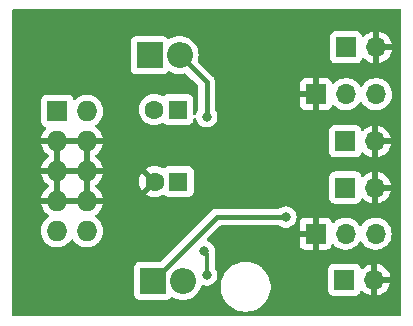
<source format=gbl>
%TF.GenerationSoftware,KiCad,Pcbnew,(6.0.0)*%
%TF.CreationDate,2022-01-30T17:18:11+00:00*%
%TF.ProjectId,aistompboxadapter,61697374-6f6d-4706-926f-786164617074,rev?*%
%TF.SameCoordinates,Original*%
%TF.FileFunction,Copper,L2,Bot*%
%TF.FilePolarity,Positive*%
%FSLAX46Y46*%
G04 Gerber Fmt 4.6, Leading zero omitted, Abs format (unit mm)*
G04 Created by KiCad (PCBNEW (6.0.0)) date 2022-01-30 17:18:11*
%MOMM*%
%LPD*%
G01*
G04 APERTURE LIST*
%TA.AperFunction,ComponentPad*%
%ADD10R,1.700000X1.700000*%
%TD*%
%TA.AperFunction,ComponentPad*%
%ADD11O,1.700000X1.700000*%
%TD*%
%TA.AperFunction,ComponentPad*%
%ADD12R,2.200000X2.200000*%
%TD*%
%TA.AperFunction,ComponentPad*%
%ADD13O,2.200000X2.200000*%
%TD*%
%TA.AperFunction,ComponentPad*%
%ADD14R,1.600000X1.600000*%
%TD*%
%TA.AperFunction,ComponentPad*%
%ADD15C,1.600000*%
%TD*%
%TA.AperFunction,ComponentPad*%
%ADD16R,1.727200X1.727200*%
%TD*%
%TA.AperFunction,ComponentPad*%
%ADD17O,1.727200X1.727200*%
%TD*%
%TA.AperFunction,ViaPad*%
%ADD18C,0.800000*%
%TD*%
%TA.AperFunction,Conductor*%
%ADD19C,0.400000*%
%TD*%
%TA.AperFunction,Conductor*%
%ADD20C,0.350000*%
%TD*%
G04 APERTURE END LIST*
D10*
%TO.P,SI,1,Pin_1*%
%TO.N,Net-(J1-Pad1)*%
X232660000Y-46400000D03*
D11*
%TO.P,SI,2,Pin_2*%
%TO.N,GND*%
X235200000Y-46400000D03*
%TD*%
D12*
%TO.P,D1,1,K*%
%TO.N,+12V*%
X216460000Y-46500000D03*
D13*
%TO.P,D1,2,A*%
%TO.N,Net-(D1-Pad2)*%
X219000000Y-46500000D03*
%TD*%
D10*
%TO.P,ES,1,Pin_1*%
%TO.N,Net-(J4-Pad1)*%
X232725000Y-38600000D03*
D11*
%TO.P,ES,2,Pin_2*%
%TO.N,GND*%
X235265000Y-38600000D03*
%TD*%
D12*
%TO.P,D2,1,K*%
%TO.N,Net-(D2-Pad1)*%
X216160000Y-27400000D03*
D13*
%TO.P,D2,2,A*%
%TO.N,-12V*%
X218700000Y-27400000D03*
%TD*%
D14*
%TO.P,C3,1*%
%TO.N,Net-(C3-Pad1)*%
X218600000Y-38100000D03*
D15*
%TO.P,C3,2*%
%TO.N,GND*%
X216600000Y-38100000D03*
%TD*%
D10*
%TO.P,SO,1,Pin_1*%
%TO.N,Net-(J5-Pad1)*%
X232725000Y-34700000D03*
D11*
%TO.P,SO,2,Pin_2*%
%TO.N,GND*%
X235265000Y-34700000D03*
%TD*%
D14*
%TO.P,C1,1*%
%TO.N,Net-(C1-Pad1)*%
X218555113Y-32000000D03*
D15*
%TO.P,C1,2*%
%TO.N,Net-(C1-Pad2)*%
X216555113Y-32000000D03*
%TD*%
D10*
%TO.P,IL,1,1*%
%TO.N,GND*%
X230220000Y-42500000D03*
D11*
%TO.P,IL,2,2*%
%TO.N,Net-(R3-Pad1)*%
X232760000Y-42500000D03*
%TO.P,IL,3,3*%
%TO.N,Net-(J1-Pad1)*%
X235300000Y-42500000D03*
%TD*%
D10*
%TO.P,OL,1,1*%
%TO.N,GND*%
X230260000Y-30700000D03*
D11*
%TO.P,OL,2,2*%
%TO.N,Net-(J5-Pad1)*%
X232800000Y-30700000D03*
%TO.P,OL,3,3*%
%TO.N,Net-(R7-Pad1)*%
X235340000Y-30700000D03*
%TD*%
D16*
%TO.P,J3,1,Pin_1*%
%TO.N,Net-(D2-Pad1)*%
X208330000Y-32120000D03*
D17*
%TO.P,J3,2,Pin_2*%
X210870000Y-32120000D03*
%TO.P,J3,3,Pin_3*%
%TO.N,GND*%
X208330000Y-34660000D03*
%TO.P,J3,4,Pin_4*%
X210870000Y-34660000D03*
%TO.P,J3,5,Pin_5*%
X208330000Y-37200000D03*
%TO.P,J3,6,Pin_6*%
X210870000Y-37200000D03*
%TO.P,J3,7,Pin_7*%
X208330000Y-39740000D03*
%TO.P,J3,8,Pin_8*%
X210870000Y-39740000D03*
%TO.P,J3,9,Pin_9*%
%TO.N,Net-(D1-Pad2)*%
X208330000Y-42280000D03*
%TO.P,J3,10,Pin_10*%
X210870000Y-42280000D03*
%TD*%
D10*
%TO.P,ER,1,Pin_1*%
%TO.N,Net-(C1-Pad2)*%
X232800000Y-26725000D03*
D11*
%TO.P,ER,2,Pin_2*%
%TO.N,GND*%
X235340000Y-26725000D03*
%TD*%
D18*
%TO.N,GND*%
X224000000Y-36300000D03*
%TO.N,-12V*%
X221000000Y-32600000D03*
%TO.N,+12V*%
X227700000Y-41100000D03*
%TO.N,GND*%
X225800000Y-37500000D03*
%TO.N,Net-(R7-Pad1)*%
X221000000Y-46000000D03*
X220775669Y-44004487D03*
%TD*%
D19*
%TO.N,GND*%
X224000000Y-36300000D02*
X224600000Y-36300000D01*
X224600000Y-36300000D02*
X225800000Y-37500000D01*
%TO.N,-12V*%
X221000000Y-29700000D02*
X221000000Y-32600000D01*
X218700000Y-27400000D02*
X221000000Y-29700000D01*
%TO.N,+12V*%
X221860000Y-41100000D02*
X227700000Y-41100000D01*
X216460000Y-46500000D02*
X221860000Y-41100000D01*
D20*
%TO.N,Net-(R7-Pad1)*%
X221000000Y-44228818D02*
X220775669Y-44004487D01*
X221000000Y-46000000D02*
X221000000Y-44228818D01*
%TD*%
%TA.AperFunction,Conductor*%
%TO.N,GND*%
G36*
X237434121Y-23528002D02*
G01*
X237480614Y-23581658D01*
X237492000Y-23634000D01*
X237492000Y-49366000D01*
X237471998Y-49434121D01*
X237418342Y-49480614D01*
X237366000Y-49492000D01*
X204634000Y-49492000D01*
X204565879Y-49471998D01*
X204519386Y-49418342D01*
X204508000Y-49366000D01*
X204508000Y-47648134D01*
X214851500Y-47648134D01*
X214858255Y-47710316D01*
X214909385Y-47846705D01*
X214996739Y-47963261D01*
X215113295Y-48050615D01*
X215249684Y-48101745D01*
X215311866Y-48108500D01*
X217608134Y-48108500D01*
X217670316Y-48101745D01*
X217806705Y-48050615D01*
X217923261Y-47963261D01*
X217975954Y-47892954D01*
X218032813Y-47850440D01*
X218103631Y-47845415D01*
X218142615Y-47861087D01*
X218267498Y-47937616D01*
X218272068Y-47939509D01*
X218272072Y-47939511D01*
X218496836Y-48032611D01*
X218501409Y-48034505D01*
X218568513Y-48050615D01*
X218742784Y-48092454D01*
X218742790Y-48092455D01*
X218747597Y-48093609D01*
X219000000Y-48113474D01*
X219252403Y-48093609D01*
X219257210Y-48092455D01*
X219257216Y-48092454D01*
X219431487Y-48050615D01*
X219498591Y-48034505D01*
X219503164Y-48032611D01*
X219727928Y-47939511D01*
X219727932Y-47939509D01*
X219732502Y-47937616D01*
X219948376Y-47805328D01*
X220140898Y-47640898D01*
X220159907Y-47618642D01*
X220170635Y-47606081D01*
X220305328Y-47448376D01*
X220437616Y-47232502D01*
X220471588Y-47150488D01*
X220478955Y-47132703D01*
X222190743Y-47132703D01*
X222228268Y-47417734D01*
X222229401Y-47421874D01*
X222229401Y-47421876D01*
X222234197Y-47439406D01*
X222304129Y-47695036D01*
X222305813Y-47698984D01*
X222368272Y-47845415D01*
X222416923Y-47959476D01*
X222564561Y-48206161D01*
X222744313Y-48430528D01*
X222952851Y-48628423D01*
X223186317Y-48796186D01*
X223190112Y-48798195D01*
X223190113Y-48798196D01*
X223211869Y-48809715D01*
X223440392Y-48930712D01*
X223710373Y-49029511D01*
X223991264Y-49090755D01*
X224019841Y-49093004D01*
X224214282Y-49108307D01*
X224214291Y-49108307D01*
X224216739Y-49108500D01*
X224372271Y-49108500D01*
X224374407Y-49108354D01*
X224374418Y-49108354D01*
X224582548Y-49094165D01*
X224582554Y-49094164D01*
X224586825Y-49093873D01*
X224591020Y-49093004D01*
X224591022Y-49093004D01*
X224727584Y-49064723D01*
X224868342Y-49035574D01*
X225139343Y-48939607D01*
X225394812Y-48807750D01*
X225398313Y-48805289D01*
X225398317Y-48805287D01*
X225512417Y-48725096D01*
X225630023Y-48642441D01*
X225840622Y-48446740D01*
X226022713Y-48224268D01*
X226172927Y-47979142D01*
X226288483Y-47715898D01*
X226292837Y-47700615D01*
X226366068Y-47443534D01*
X226367244Y-47439406D01*
X226387350Y-47298134D01*
X231301500Y-47298134D01*
X231308255Y-47360316D01*
X231359385Y-47496705D01*
X231446739Y-47613261D01*
X231563295Y-47700615D01*
X231699684Y-47751745D01*
X231761866Y-47758500D01*
X233558134Y-47758500D01*
X233620316Y-47751745D01*
X233756705Y-47700615D01*
X233873261Y-47613261D01*
X233960615Y-47496705D01*
X233980548Y-47443534D01*
X234004798Y-47378848D01*
X234047440Y-47322084D01*
X234114001Y-47297384D01*
X234183350Y-47312592D01*
X234218017Y-47340580D01*
X234243218Y-47369673D01*
X234250580Y-47376883D01*
X234414434Y-47512916D01*
X234422881Y-47518831D01*
X234606756Y-47626279D01*
X234616042Y-47630729D01*
X234815001Y-47706703D01*
X234824899Y-47709579D01*
X234928250Y-47730606D01*
X234942299Y-47729410D01*
X234946000Y-47719065D01*
X234946000Y-47718517D01*
X235454000Y-47718517D01*
X235458064Y-47732359D01*
X235471478Y-47734393D01*
X235478184Y-47733534D01*
X235488262Y-47731392D01*
X235692255Y-47670191D01*
X235701842Y-47666433D01*
X235893095Y-47572739D01*
X235901945Y-47567464D01*
X236075328Y-47443792D01*
X236083200Y-47437139D01*
X236234052Y-47286812D01*
X236240730Y-47278965D01*
X236365003Y-47106020D01*
X236370313Y-47097183D01*
X236464670Y-46906267D01*
X236468469Y-46896672D01*
X236530377Y-46692910D01*
X236532555Y-46682837D01*
X236533986Y-46671962D01*
X236531775Y-46657778D01*
X236518617Y-46654000D01*
X235472115Y-46654000D01*
X235456876Y-46658475D01*
X235455671Y-46659865D01*
X235454000Y-46667548D01*
X235454000Y-47718517D01*
X234946000Y-47718517D01*
X234946000Y-46127885D01*
X235454000Y-46127885D01*
X235458475Y-46143124D01*
X235459865Y-46144329D01*
X235467548Y-46146000D01*
X236518344Y-46146000D01*
X236531875Y-46142027D01*
X236533180Y-46132947D01*
X236491214Y-45965875D01*
X236487894Y-45956124D01*
X236402972Y-45760814D01*
X236398105Y-45751739D01*
X236282426Y-45572926D01*
X236276136Y-45564757D01*
X236132806Y-45407240D01*
X236125273Y-45400215D01*
X235958139Y-45268222D01*
X235949552Y-45262517D01*
X235763117Y-45159599D01*
X235753705Y-45155369D01*
X235552959Y-45084280D01*
X235542988Y-45081646D01*
X235471837Y-45068972D01*
X235458540Y-45070432D01*
X235454000Y-45084989D01*
X235454000Y-46127885D01*
X234946000Y-46127885D01*
X234946000Y-45083102D01*
X234942082Y-45069758D01*
X234927806Y-45067771D01*
X234889324Y-45073660D01*
X234879288Y-45076051D01*
X234676868Y-45142212D01*
X234667359Y-45146209D01*
X234478463Y-45244542D01*
X234469738Y-45250036D01*
X234299433Y-45377905D01*
X234291726Y-45384748D01*
X234214478Y-45465584D01*
X234152954Y-45501014D01*
X234082042Y-45497557D01*
X234024255Y-45456311D01*
X234005402Y-45422763D01*
X233963767Y-45311703D01*
X233960615Y-45303295D01*
X233873261Y-45186739D01*
X233756705Y-45099385D01*
X233620316Y-45048255D01*
X233558134Y-45041500D01*
X231761866Y-45041500D01*
X231699684Y-45048255D01*
X231563295Y-45099385D01*
X231446739Y-45186739D01*
X231359385Y-45303295D01*
X231308255Y-45439684D01*
X231301500Y-45501866D01*
X231301500Y-47298134D01*
X226387350Y-47298134D01*
X226407751Y-47154784D01*
X226407845Y-47136951D01*
X226409235Y-46871583D01*
X226409235Y-46871576D01*
X226409257Y-46867297D01*
X226401403Y-46807636D01*
X226392190Y-46737660D01*
X226371732Y-46582266D01*
X226295871Y-46304964D01*
X226285295Y-46280170D01*
X226184763Y-46044476D01*
X226184761Y-46044472D01*
X226183077Y-46040524D01*
X226049082Y-45816635D01*
X226037643Y-45797521D01*
X226037640Y-45797517D01*
X226035439Y-45793839D01*
X225855687Y-45569472D01*
X225684730Y-45407240D01*
X225650258Y-45374527D01*
X225650255Y-45374525D01*
X225647149Y-45371577D01*
X225413683Y-45203814D01*
X225391843Y-45192250D01*
X225334149Y-45161703D01*
X225159608Y-45069288D01*
X224889627Y-44970489D01*
X224608736Y-44909245D01*
X224572472Y-44906391D01*
X224385718Y-44891693D01*
X224385709Y-44891693D01*
X224383261Y-44891500D01*
X224227729Y-44891500D01*
X224225593Y-44891646D01*
X224225582Y-44891646D01*
X224017452Y-44905835D01*
X224017446Y-44905836D01*
X224013175Y-44906127D01*
X224008980Y-44906996D01*
X224008978Y-44906996D01*
X223872416Y-44935277D01*
X223731658Y-44964426D01*
X223460657Y-45060393D01*
X223205188Y-45192250D01*
X223201687Y-45194711D01*
X223201683Y-45194713D01*
X223197173Y-45197883D01*
X222969977Y-45357559D01*
X222954892Y-45371577D01*
X222832936Y-45484906D01*
X222759378Y-45553260D01*
X222577287Y-45775732D01*
X222427073Y-46020858D01*
X222425347Y-46024791D01*
X222425346Y-46024792D01*
X222355737Y-46183365D01*
X222311517Y-46284102D01*
X222232756Y-46560594D01*
X222192249Y-46845216D01*
X222192227Y-46849505D01*
X222192226Y-46849512D01*
X222190765Y-47128417D01*
X222190743Y-47132703D01*
X220478955Y-47132703D01*
X220532611Y-47003164D01*
X220532612Y-47003162D01*
X220534505Y-46998591D01*
X220545010Y-46954834D01*
X220580362Y-46893264D01*
X220643388Y-46860581D01*
X220706467Y-46864415D01*
X220711681Y-46866109D01*
X220717712Y-46868794D01*
X220805097Y-46887368D01*
X220898056Y-46907128D01*
X220898061Y-46907128D01*
X220904513Y-46908500D01*
X221095487Y-46908500D01*
X221101939Y-46907128D01*
X221101944Y-46907128D01*
X221188887Y-46888647D01*
X221282288Y-46868794D01*
X221288319Y-46866109D01*
X221450722Y-46793803D01*
X221450724Y-46793802D01*
X221456752Y-46791118D01*
X221611253Y-46678866D01*
X221615675Y-46673955D01*
X221734621Y-46541852D01*
X221734622Y-46541851D01*
X221739040Y-46536944D01*
X221834527Y-46371556D01*
X221893542Y-46189928D01*
X221913504Y-46000000D01*
X221893542Y-45810072D01*
X221834527Y-45628444D01*
X221800480Y-45569472D01*
X221742343Y-45468777D01*
X221739040Y-45463056D01*
X221734620Y-45458147D01*
X221734617Y-45458143D01*
X221715865Y-45437317D01*
X221685147Y-45373310D01*
X221683500Y-45353006D01*
X221683500Y-44256874D01*
X221683792Y-44248304D01*
X221683863Y-44247261D01*
X221687577Y-44192784D01*
X221679246Y-44145047D01*
X221678060Y-44110221D01*
X221689173Y-44004487D01*
X221674171Y-43861753D01*
X221669901Y-43821122D01*
X221669901Y-43821120D01*
X221669211Y-43814559D01*
X221610196Y-43632931D01*
X221514709Y-43467543D01*
X221449093Y-43394669D01*
X228862001Y-43394669D01*
X228862371Y-43401490D01*
X228867895Y-43452352D01*
X228871521Y-43467604D01*
X228916676Y-43588054D01*
X228925214Y-43603649D01*
X229001715Y-43705724D01*
X229014276Y-43718285D01*
X229116351Y-43794786D01*
X229131946Y-43803324D01*
X229252394Y-43848478D01*
X229267649Y-43852105D01*
X229318514Y-43857631D01*
X229325328Y-43858000D01*
X229947885Y-43858000D01*
X229963124Y-43853525D01*
X229964329Y-43852135D01*
X229966000Y-43844452D01*
X229966000Y-43839884D01*
X230474000Y-43839884D01*
X230478475Y-43855123D01*
X230479865Y-43856328D01*
X230487548Y-43857999D01*
X231114669Y-43857999D01*
X231121490Y-43857629D01*
X231172352Y-43852105D01*
X231187604Y-43848479D01*
X231308054Y-43803324D01*
X231323649Y-43794786D01*
X231425724Y-43718285D01*
X231438285Y-43705724D01*
X231514786Y-43603649D01*
X231523324Y-43588054D01*
X231564225Y-43478952D01*
X231606867Y-43422188D01*
X231673428Y-43397488D01*
X231742777Y-43412696D01*
X231777444Y-43440684D01*
X231802865Y-43470031D01*
X231802869Y-43470035D01*
X231806250Y-43473938D01*
X231978126Y-43616632D01*
X232171000Y-43729338D01*
X232379692Y-43809030D01*
X232384760Y-43810061D01*
X232384763Y-43810062D01*
X232492017Y-43831883D01*
X232598597Y-43853567D01*
X232603772Y-43853757D01*
X232603774Y-43853757D01*
X232816673Y-43861564D01*
X232816677Y-43861564D01*
X232821837Y-43861753D01*
X232826957Y-43861097D01*
X232826959Y-43861097D01*
X233038288Y-43834025D01*
X233038289Y-43834025D01*
X233043416Y-43833368D01*
X233084234Y-43821122D01*
X233252429Y-43770661D01*
X233252434Y-43770659D01*
X233257384Y-43769174D01*
X233457994Y-43670896D01*
X233639860Y-43541173D01*
X233659457Y-43521645D01*
X233740701Y-43440684D01*
X233798096Y-43383489D01*
X233833226Y-43334601D01*
X233928453Y-43202077D01*
X233929776Y-43203028D01*
X233976645Y-43159857D01*
X234046580Y-43147625D01*
X234112026Y-43175144D01*
X234139875Y-43206994D01*
X234199987Y-43305088D01*
X234346250Y-43473938D01*
X234518126Y-43616632D01*
X234711000Y-43729338D01*
X234919692Y-43809030D01*
X234924760Y-43810061D01*
X234924763Y-43810062D01*
X235032017Y-43831883D01*
X235138597Y-43853567D01*
X235143772Y-43853757D01*
X235143774Y-43853757D01*
X235356673Y-43861564D01*
X235356677Y-43861564D01*
X235361837Y-43861753D01*
X235366957Y-43861097D01*
X235366959Y-43861097D01*
X235578288Y-43834025D01*
X235578289Y-43834025D01*
X235583416Y-43833368D01*
X235624234Y-43821122D01*
X235792429Y-43770661D01*
X235792434Y-43770659D01*
X235797384Y-43769174D01*
X235997994Y-43670896D01*
X236179860Y-43541173D01*
X236199457Y-43521645D01*
X236280701Y-43440684D01*
X236338096Y-43383489D01*
X236373226Y-43334601D01*
X236465435Y-43206277D01*
X236468453Y-43202077D01*
X236483154Y-43172333D01*
X236565136Y-43006453D01*
X236565137Y-43006451D01*
X236567430Y-43001811D01*
X236632370Y-42788069D01*
X236661529Y-42566590D01*
X236663156Y-42500000D01*
X236644852Y-42277361D01*
X236590431Y-42060702D01*
X236501354Y-41855840D01*
X236380014Y-41668277D01*
X236229670Y-41503051D01*
X236225619Y-41499852D01*
X236225615Y-41499848D01*
X236058414Y-41367800D01*
X236058410Y-41367798D01*
X236054359Y-41364598D01*
X235858789Y-41256638D01*
X235853920Y-41254914D01*
X235853916Y-41254912D01*
X235653087Y-41183795D01*
X235653083Y-41183794D01*
X235648212Y-41182069D01*
X235643119Y-41181162D01*
X235643116Y-41181161D01*
X235433373Y-41143800D01*
X235433367Y-41143799D01*
X235428284Y-41142894D01*
X235354452Y-41141992D01*
X235210081Y-41140228D01*
X235210079Y-41140228D01*
X235204911Y-41140165D01*
X234984091Y-41173955D01*
X234771756Y-41243357D01*
X234573607Y-41346507D01*
X234569474Y-41349610D01*
X234569471Y-41349612D01*
X234399100Y-41477530D01*
X234394965Y-41480635D01*
X234391393Y-41484373D01*
X234245593Y-41636944D01*
X234240629Y-41642138D01*
X234133201Y-41799621D01*
X234078293Y-41844621D01*
X234007768Y-41852792D01*
X233944021Y-41821538D01*
X233923324Y-41797054D01*
X233842822Y-41672617D01*
X233842820Y-41672614D01*
X233840014Y-41668277D01*
X233689670Y-41503051D01*
X233685619Y-41499852D01*
X233685615Y-41499848D01*
X233518414Y-41367800D01*
X233518410Y-41367798D01*
X233514359Y-41364598D01*
X233318789Y-41256638D01*
X233313920Y-41254914D01*
X233313916Y-41254912D01*
X233113087Y-41183795D01*
X233113083Y-41183794D01*
X233108212Y-41182069D01*
X233103119Y-41181162D01*
X233103116Y-41181161D01*
X232893373Y-41143800D01*
X232893367Y-41143799D01*
X232888284Y-41142894D01*
X232814452Y-41141992D01*
X232670081Y-41140228D01*
X232670079Y-41140228D01*
X232664911Y-41140165D01*
X232444091Y-41173955D01*
X232231756Y-41243357D01*
X232033607Y-41346507D01*
X232029474Y-41349610D01*
X232029471Y-41349612D01*
X231859100Y-41477530D01*
X231854965Y-41480635D01*
X231851393Y-41484373D01*
X231773898Y-41565466D01*
X231712374Y-41600895D01*
X231641462Y-41597438D01*
X231583676Y-41556192D01*
X231564823Y-41522644D01*
X231523324Y-41411946D01*
X231514786Y-41396351D01*
X231438285Y-41294276D01*
X231425724Y-41281715D01*
X231323649Y-41205214D01*
X231308054Y-41196676D01*
X231187606Y-41151522D01*
X231172351Y-41147895D01*
X231121486Y-41142369D01*
X231114672Y-41142000D01*
X230492115Y-41142000D01*
X230476876Y-41146475D01*
X230475671Y-41147865D01*
X230474000Y-41155548D01*
X230474000Y-43839884D01*
X229966000Y-43839884D01*
X229966000Y-42772115D01*
X229961525Y-42756876D01*
X229960135Y-42755671D01*
X229952452Y-42754000D01*
X228880116Y-42754000D01*
X228864877Y-42758475D01*
X228863672Y-42759865D01*
X228862001Y-42767548D01*
X228862001Y-43394669D01*
X221449093Y-43394669D01*
X221386922Y-43325621D01*
X221232421Y-43213369D01*
X221226393Y-43210685D01*
X221226391Y-43210684D01*
X221065132Y-43138887D01*
X221011036Y-43092907D01*
X220990387Y-43024979D01*
X221009739Y-42956671D01*
X221027286Y-42934685D01*
X221734086Y-42227885D01*
X228862000Y-42227885D01*
X228866475Y-42243124D01*
X228867865Y-42244329D01*
X228875548Y-42246000D01*
X229947885Y-42246000D01*
X229963124Y-42241525D01*
X229964329Y-42240135D01*
X229966000Y-42232452D01*
X229966000Y-41160116D01*
X229961525Y-41144877D01*
X229960135Y-41143672D01*
X229952452Y-41142001D01*
X229325331Y-41142001D01*
X229318510Y-41142371D01*
X229267648Y-41147895D01*
X229252396Y-41151521D01*
X229131946Y-41196676D01*
X229116351Y-41205214D01*
X229014276Y-41281715D01*
X229001715Y-41294276D01*
X228925214Y-41396351D01*
X228916676Y-41411946D01*
X228871522Y-41532394D01*
X228867895Y-41547649D01*
X228862369Y-41598514D01*
X228862000Y-41605328D01*
X228862000Y-42227885D01*
X221734086Y-42227885D01*
X222116566Y-41845405D01*
X222178878Y-41811379D01*
X222205661Y-41808500D01*
X227088595Y-41808500D01*
X227156716Y-41828502D01*
X227162656Y-41832564D01*
X227243248Y-41891118D01*
X227249276Y-41893802D01*
X227249278Y-41893803D01*
X227411681Y-41966109D01*
X227417712Y-41968794D01*
X227511113Y-41988647D01*
X227598056Y-42007128D01*
X227598061Y-42007128D01*
X227604513Y-42008500D01*
X227795487Y-42008500D01*
X227801939Y-42007128D01*
X227801944Y-42007128D01*
X227888887Y-41988647D01*
X227982288Y-41968794D01*
X227988319Y-41966109D01*
X228150722Y-41893803D01*
X228150724Y-41893802D01*
X228156752Y-41891118D01*
X228311253Y-41778866D01*
X228439040Y-41636944D01*
X228505031Y-41522644D01*
X228531223Y-41477279D01*
X228531224Y-41477278D01*
X228534527Y-41471556D01*
X228593542Y-41289928D01*
X228594913Y-41276890D01*
X228612814Y-41106565D01*
X228613504Y-41100000D01*
X228612046Y-41086125D01*
X228594232Y-40916635D01*
X228594232Y-40916633D01*
X228593542Y-40910072D01*
X228534527Y-40728444D01*
X228439040Y-40563056D01*
X228373538Y-40490308D01*
X228315675Y-40426045D01*
X228315674Y-40426044D01*
X228311253Y-40421134D01*
X228156752Y-40308882D01*
X228150724Y-40306198D01*
X228150722Y-40306197D01*
X227988319Y-40233891D01*
X227988318Y-40233891D01*
X227982288Y-40231206D01*
X227888888Y-40211353D01*
X227801944Y-40192872D01*
X227801939Y-40192872D01*
X227795487Y-40191500D01*
X227604513Y-40191500D01*
X227598061Y-40192872D01*
X227598056Y-40192872D01*
X227511112Y-40211353D01*
X227417712Y-40231206D01*
X227411682Y-40233891D01*
X227411681Y-40233891D01*
X227249278Y-40306197D01*
X227249276Y-40306198D01*
X227243248Y-40308882D01*
X227237907Y-40312762D01*
X227237906Y-40312763D01*
X227162656Y-40367436D01*
X227095789Y-40391294D01*
X227088595Y-40391500D01*
X221888912Y-40391500D01*
X221880342Y-40391208D01*
X221830224Y-40387791D01*
X221830220Y-40387791D01*
X221822648Y-40387275D01*
X221815171Y-40388580D01*
X221815170Y-40388580D01*
X221800113Y-40391208D01*
X221759703Y-40398261D01*
X221753186Y-40399222D01*
X221689758Y-40406898D01*
X221682650Y-40409584D01*
X221680056Y-40410221D01*
X221663750Y-40414682D01*
X221661199Y-40415452D01*
X221653716Y-40416758D01*
X221646764Y-40419810D01*
X221646763Y-40419810D01*
X221595212Y-40442439D01*
X221589105Y-40444931D01*
X221567627Y-40453047D01*
X221529344Y-40467513D01*
X221523083Y-40471816D01*
X221520717Y-40473053D01*
X221505937Y-40481280D01*
X221503652Y-40482631D01*
X221496695Y-40485685D01*
X221490675Y-40490305D01*
X221490669Y-40490308D01*
X221459542Y-40514194D01*
X221445998Y-40524587D01*
X221440668Y-40528459D01*
X221394280Y-40560339D01*
X221394275Y-40560344D01*
X221388019Y-40564643D01*
X221382968Y-40570313D01*
X221382966Y-40570314D01*
X221346565Y-40611170D01*
X221341584Y-40616446D01*
X217103435Y-44854595D01*
X217041123Y-44888621D01*
X217014340Y-44891500D01*
X215311866Y-44891500D01*
X215249684Y-44898255D01*
X215113295Y-44949385D01*
X214996739Y-45036739D01*
X214909385Y-45153295D01*
X214858255Y-45289684D01*
X214851500Y-45351866D01*
X214851500Y-47648134D01*
X204508000Y-47648134D01*
X204508000Y-42246362D01*
X206953609Y-42246362D01*
X206953906Y-42251514D01*
X206953906Y-42251518D01*
X206959618Y-42350578D01*
X206966597Y-42471614D01*
X206967734Y-42476660D01*
X206967735Y-42476666D01*
X206988001Y-42566590D01*
X207016200Y-42691720D01*
X207018142Y-42696502D01*
X207018143Y-42696506D01*
X207053240Y-42782939D01*
X207101086Y-42900769D01*
X207218975Y-43093147D01*
X207366702Y-43263687D01*
X207505949Y-43379292D01*
X207532687Y-43401490D01*
X207540299Y-43407810D01*
X207544751Y-43410412D01*
X207544756Y-43410415D01*
X207659113Y-43477240D01*
X207735103Y-43521645D01*
X207945884Y-43602134D01*
X207950952Y-43603165D01*
X207950955Y-43603166D01*
X208017143Y-43616632D01*
X208166981Y-43647117D01*
X208172156Y-43647307D01*
X208172158Y-43647307D01*
X208387292Y-43655196D01*
X208387296Y-43655196D01*
X208392456Y-43655385D01*
X208397576Y-43654729D01*
X208397578Y-43654729D01*
X208466985Y-43645838D01*
X208616253Y-43626716D01*
X208621202Y-43625231D01*
X208621208Y-43625230D01*
X208827413Y-43563365D01*
X208827412Y-43563365D01*
X208832363Y-43561880D01*
X208927419Y-43515312D01*
X209030331Y-43464897D01*
X209030336Y-43464894D01*
X209034982Y-43462618D01*
X209039192Y-43459615D01*
X209039197Y-43459612D01*
X209214455Y-43334601D01*
X209214459Y-43334597D01*
X209218667Y-43331596D01*
X209378487Y-43172333D01*
X209499370Y-43004107D01*
X209555364Y-42960459D01*
X209626068Y-42954013D01*
X209689032Y-42986816D01*
X209709125Y-43011799D01*
X209756275Y-43088743D01*
X209756279Y-43088748D01*
X209758975Y-43093147D01*
X209906702Y-43263687D01*
X210045949Y-43379292D01*
X210072687Y-43401490D01*
X210080299Y-43407810D01*
X210084751Y-43410412D01*
X210084756Y-43410415D01*
X210199113Y-43477240D01*
X210275103Y-43521645D01*
X210485884Y-43602134D01*
X210490952Y-43603165D01*
X210490955Y-43603166D01*
X210557143Y-43616632D01*
X210706981Y-43647117D01*
X210712156Y-43647307D01*
X210712158Y-43647307D01*
X210927292Y-43655196D01*
X210927296Y-43655196D01*
X210932456Y-43655385D01*
X210937576Y-43654729D01*
X210937578Y-43654729D01*
X211006985Y-43645838D01*
X211156253Y-43626716D01*
X211161202Y-43625231D01*
X211161208Y-43625230D01*
X211367413Y-43563365D01*
X211367412Y-43563365D01*
X211372363Y-43561880D01*
X211467419Y-43515312D01*
X211570331Y-43464897D01*
X211570336Y-43464894D01*
X211574982Y-43462618D01*
X211579192Y-43459615D01*
X211579197Y-43459612D01*
X211754455Y-43334601D01*
X211754459Y-43334597D01*
X211758667Y-43331596D01*
X211918487Y-43172333D01*
X212050150Y-42989105D01*
X212150118Y-42786835D01*
X212215708Y-42570952D01*
X212245158Y-42347256D01*
X212246802Y-42280000D01*
X212228315Y-42055132D01*
X212173349Y-41836304D01*
X212083380Y-41629391D01*
X212035282Y-41555043D01*
X211963634Y-41444291D01*
X211963632Y-41444288D01*
X211960826Y-41439951D01*
X211808977Y-41273071D01*
X211804926Y-41269872D01*
X211804922Y-41269868D01*
X211635966Y-41136434D01*
X211635962Y-41136432D01*
X211631911Y-41133232D01*
X211627387Y-41130734D01*
X211627383Y-41130732D01*
X211608048Y-41120058D01*
X211558079Y-41069625D01*
X211543308Y-41000182D01*
X211568426Y-40933777D01*
X211595776Y-40907172D01*
X211754136Y-40794216D01*
X211762003Y-40787567D01*
X211914445Y-40635656D01*
X211921122Y-40627811D01*
X212046702Y-40453047D01*
X212052013Y-40444208D01*
X212147358Y-40251292D01*
X212151156Y-40241699D01*
X212213716Y-40035791D01*
X212215893Y-40025721D01*
X212217705Y-40011960D01*
X212215493Y-39997778D01*
X212202336Y-39994000D01*
X206999283Y-39994000D01*
X206985752Y-39997973D01*
X206984315Y-40007966D01*
X207015542Y-40146528D01*
X207018621Y-40156356D01*
X207099589Y-40355756D01*
X207104232Y-40364947D01*
X207216682Y-40548448D01*
X207222765Y-40556759D01*
X207363665Y-40719417D01*
X207371032Y-40726633D01*
X207536606Y-40864095D01*
X207545057Y-40870013D01*
X207594545Y-40898932D01*
X207643268Y-40950570D01*
X207656339Y-41020353D01*
X207629607Y-41086125D01*
X207598932Y-41113608D01*
X207596335Y-41114960D01*
X207592202Y-41118063D01*
X207592199Y-41118065D01*
X207425325Y-41243357D01*
X207415905Y-41250430D01*
X207350112Y-41319278D01*
X207321125Y-41349612D01*
X207260024Y-41413550D01*
X207132878Y-41599940D01*
X207130704Y-41604624D01*
X207130702Y-41604627D01*
X207048021Y-41782749D01*
X207037881Y-41804593D01*
X206977585Y-42022013D01*
X206953609Y-42246362D01*
X204508000Y-42246362D01*
X204508000Y-39498134D01*
X231366500Y-39498134D01*
X231373255Y-39560316D01*
X231424385Y-39696705D01*
X231511739Y-39813261D01*
X231628295Y-39900615D01*
X231764684Y-39951745D01*
X231826866Y-39958500D01*
X233623134Y-39958500D01*
X233685316Y-39951745D01*
X233821705Y-39900615D01*
X233938261Y-39813261D01*
X234025615Y-39696705D01*
X234069798Y-39578848D01*
X234112440Y-39522084D01*
X234179001Y-39497384D01*
X234248350Y-39512592D01*
X234283017Y-39540580D01*
X234308218Y-39569673D01*
X234315580Y-39576883D01*
X234479434Y-39712916D01*
X234487881Y-39718831D01*
X234671756Y-39826279D01*
X234681042Y-39830729D01*
X234880001Y-39906703D01*
X234889899Y-39909579D01*
X234993250Y-39930606D01*
X235007299Y-39929410D01*
X235011000Y-39919065D01*
X235011000Y-39918517D01*
X235519000Y-39918517D01*
X235523064Y-39932359D01*
X235536478Y-39934393D01*
X235543184Y-39933534D01*
X235553262Y-39931392D01*
X235757255Y-39870191D01*
X235766842Y-39866433D01*
X235958095Y-39772739D01*
X235966945Y-39767464D01*
X236140328Y-39643792D01*
X236148200Y-39637139D01*
X236299052Y-39486812D01*
X236305730Y-39478965D01*
X236430003Y-39306020D01*
X236435313Y-39297183D01*
X236529670Y-39106267D01*
X236533469Y-39096672D01*
X236595377Y-38892910D01*
X236597555Y-38882837D01*
X236598986Y-38871962D01*
X236596775Y-38857778D01*
X236583617Y-38854000D01*
X235537115Y-38854000D01*
X235521876Y-38858475D01*
X235520671Y-38859865D01*
X235519000Y-38867548D01*
X235519000Y-39918517D01*
X235011000Y-39918517D01*
X235011000Y-38327885D01*
X235519000Y-38327885D01*
X235523475Y-38343124D01*
X235524865Y-38344329D01*
X235532548Y-38346000D01*
X236583344Y-38346000D01*
X236596875Y-38342027D01*
X236598180Y-38332947D01*
X236556214Y-38165875D01*
X236552894Y-38156124D01*
X236467972Y-37960814D01*
X236463105Y-37951739D01*
X236347426Y-37772926D01*
X236341136Y-37764757D01*
X236197806Y-37607240D01*
X236190273Y-37600215D01*
X236023139Y-37468222D01*
X236014552Y-37462517D01*
X235828117Y-37359599D01*
X235818705Y-37355369D01*
X235617959Y-37284280D01*
X235607988Y-37281646D01*
X235536837Y-37268972D01*
X235523540Y-37270432D01*
X235519000Y-37284989D01*
X235519000Y-38327885D01*
X235011000Y-38327885D01*
X235011000Y-37283102D01*
X235007082Y-37269758D01*
X234992806Y-37267771D01*
X234954324Y-37273660D01*
X234944288Y-37276051D01*
X234741868Y-37342212D01*
X234732359Y-37346209D01*
X234543463Y-37444542D01*
X234534738Y-37450036D01*
X234364433Y-37577905D01*
X234356726Y-37584748D01*
X234279478Y-37665584D01*
X234217954Y-37701014D01*
X234147042Y-37697557D01*
X234089255Y-37656311D01*
X234070402Y-37622763D01*
X234028767Y-37511703D01*
X234025615Y-37503295D01*
X233938261Y-37386739D01*
X233821705Y-37299385D01*
X233685316Y-37248255D01*
X233623134Y-37241500D01*
X231826866Y-37241500D01*
X231764684Y-37248255D01*
X231628295Y-37299385D01*
X231511739Y-37386739D01*
X231424385Y-37503295D01*
X231373255Y-37639684D01*
X231366500Y-37701866D01*
X231366500Y-39498134D01*
X204508000Y-39498134D01*
X204508000Y-39473239D01*
X206980536Y-39473239D01*
X206982233Y-39482609D01*
X206994610Y-39486000D01*
X208057885Y-39486000D01*
X208073124Y-39481525D01*
X208074329Y-39480135D01*
X208076000Y-39472452D01*
X208076000Y-39467885D01*
X208584000Y-39467885D01*
X208588475Y-39483124D01*
X208589865Y-39484329D01*
X208597548Y-39486000D01*
X210597885Y-39486000D01*
X210613124Y-39481525D01*
X210614329Y-39480135D01*
X210616000Y-39472452D01*
X210616000Y-39467885D01*
X211124000Y-39467885D01*
X211128475Y-39483124D01*
X211129865Y-39484329D01*
X211137548Y-39486000D01*
X212202367Y-39486000D01*
X212215898Y-39482027D01*
X212217203Y-39472947D01*
X212174133Y-39301477D01*
X212170813Y-39291726D01*
X212124870Y-39186062D01*
X215878493Y-39186062D01*
X215887789Y-39198077D01*
X215938994Y-39233931D01*
X215948489Y-39239414D01*
X216145947Y-39331490D01*
X216156239Y-39335236D01*
X216366688Y-39391625D01*
X216377481Y-39393528D01*
X216594525Y-39412517D01*
X216605475Y-39412517D01*
X216822519Y-39393528D01*
X216833312Y-39391625D01*
X217043761Y-39335236D01*
X217054053Y-39331490D01*
X217251511Y-39239414D01*
X217261011Y-39233929D01*
X217261910Y-39233299D01*
X217262370Y-39233144D01*
X217265768Y-39231182D01*
X217266162Y-39231865D01*
X217329184Y-39210612D01*
X217398044Y-39227898D01*
X217423803Y-39250934D01*
X217425007Y-39249730D01*
X217431358Y-39256081D01*
X217436739Y-39263261D01*
X217443919Y-39268642D01*
X217443922Y-39268645D01*
X217482001Y-39297183D01*
X217553295Y-39350615D01*
X217689684Y-39401745D01*
X217751866Y-39408500D01*
X219448134Y-39408500D01*
X219510316Y-39401745D01*
X219646705Y-39350615D01*
X219763261Y-39263261D01*
X219850615Y-39146705D01*
X219901745Y-39010316D01*
X219908500Y-38948134D01*
X219908500Y-37251866D01*
X219901745Y-37189684D01*
X219850615Y-37053295D01*
X219763261Y-36936739D01*
X219646705Y-36849385D01*
X219510316Y-36798255D01*
X219448134Y-36791500D01*
X217751866Y-36791500D01*
X217689684Y-36798255D01*
X217553295Y-36849385D01*
X217532775Y-36864764D01*
X217443922Y-36931355D01*
X217443919Y-36931358D01*
X217436739Y-36936739D01*
X217431358Y-36943919D01*
X217425007Y-36950270D01*
X217422865Y-36948128D01*
X217378154Y-36981564D01*
X217307336Y-36986594D01*
X217265965Y-36968477D01*
X217265768Y-36968818D01*
X217262702Y-36967048D01*
X217261910Y-36966701D01*
X217261011Y-36966071D01*
X217251511Y-36960586D01*
X217054053Y-36868510D01*
X217043761Y-36864764D01*
X216833312Y-36808375D01*
X216822519Y-36806472D01*
X216605475Y-36787483D01*
X216594525Y-36787483D01*
X216377481Y-36806472D01*
X216366688Y-36808375D01*
X216156239Y-36864764D01*
X216145947Y-36868510D01*
X215948489Y-36960586D01*
X215938994Y-36966069D01*
X215886952Y-37002509D01*
X215878576Y-37012988D01*
X215885644Y-37026434D01*
X216870115Y-38010905D01*
X216904141Y-38073217D01*
X216899076Y-38144032D01*
X216870115Y-38189095D01*
X215884923Y-39174287D01*
X215878493Y-39186062D01*
X212124870Y-39186062D01*
X212084999Y-39094365D01*
X212080133Y-39085290D01*
X211963239Y-38904601D01*
X211956947Y-38896430D01*
X211812113Y-38737260D01*
X211804580Y-38730234D01*
X211635691Y-38596855D01*
X211627108Y-38591153D01*
X211607599Y-38580383D01*
X211557628Y-38529950D01*
X211542856Y-38460507D01*
X211567972Y-38394102D01*
X211595323Y-38367496D01*
X211754133Y-38254217D01*
X211762003Y-38247567D01*
X211904592Y-38105475D01*
X215287483Y-38105475D01*
X215306472Y-38322519D01*
X215308375Y-38333312D01*
X215364764Y-38543761D01*
X215368510Y-38554053D01*
X215460586Y-38751511D01*
X215466069Y-38761006D01*
X215502509Y-38813048D01*
X215512988Y-38821424D01*
X215526434Y-38814356D01*
X216227978Y-38112812D01*
X216235592Y-38098868D01*
X216235461Y-38097035D01*
X216231210Y-38090420D01*
X215525713Y-37384923D01*
X215513938Y-37378493D01*
X215501923Y-37387789D01*
X215466069Y-37438994D01*
X215460586Y-37448489D01*
X215368510Y-37645947D01*
X215364764Y-37656239D01*
X215308375Y-37866688D01*
X215306472Y-37877481D01*
X215287483Y-38094525D01*
X215287483Y-38105475D01*
X211904592Y-38105475D01*
X211914445Y-38095656D01*
X211921122Y-38087811D01*
X212046702Y-37913047D01*
X212052013Y-37904208D01*
X212147358Y-37711292D01*
X212151156Y-37701699D01*
X212213716Y-37495791D01*
X212215893Y-37485721D01*
X212217705Y-37471960D01*
X212215493Y-37457778D01*
X212202336Y-37454000D01*
X211142115Y-37454000D01*
X211126876Y-37458475D01*
X211125671Y-37459865D01*
X211124000Y-37467548D01*
X211124000Y-39467885D01*
X210616000Y-39467885D01*
X210616000Y-37472115D01*
X210611525Y-37456876D01*
X210610135Y-37455671D01*
X210602452Y-37454000D01*
X208602115Y-37454000D01*
X208586876Y-37458475D01*
X208585671Y-37459865D01*
X208584000Y-37467548D01*
X208584000Y-39467885D01*
X208076000Y-39467885D01*
X208076000Y-37472115D01*
X208071525Y-37456876D01*
X208070135Y-37455671D01*
X208062452Y-37454000D01*
X206999283Y-37454000D01*
X206985752Y-37457973D01*
X206984315Y-37467966D01*
X207015542Y-37606528D01*
X207018621Y-37616356D01*
X207099589Y-37815756D01*
X207104232Y-37824947D01*
X207216682Y-38008448D01*
X207222765Y-38016759D01*
X207363665Y-38179417D01*
X207371032Y-38186633D01*
X207536606Y-38324095D01*
X207545053Y-38330010D01*
X207595031Y-38359215D01*
X207643755Y-38410854D01*
X207656826Y-38480636D01*
X207630095Y-38546408D01*
X207598605Y-38574622D01*
X207592469Y-38578486D01*
X207420373Y-38707700D01*
X207412666Y-38714543D01*
X207263984Y-38870129D01*
X207257498Y-38878139D01*
X207136232Y-39055908D01*
X207131134Y-39064882D01*
X207040530Y-39260071D01*
X207036967Y-39269758D01*
X206980536Y-39473239D01*
X204508000Y-39473239D01*
X204508000Y-36933239D01*
X206980536Y-36933239D01*
X206982233Y-36942609D01*
X206994610Y-36946000D01*
X208057885Y-36946000D01*
X208073124Y-36941525D01*
X208074329Y-36940135D01*
X208076000Y-36932452D01*
X208076000Y-36927885D01*
X208584000Y-36927885D01*
X208588475Y-36943124D01*
X208589865Y-36944329D01*
X208597548Y-36946000D01*
X210597885Y-36946000D01*
X210613124Y-36941525D01*
X210614329Y-36940135D01*
X210616000Y-36932452D01*
X210616000Y-36927885D01*
X211124000Y-36927885D01*
X211128475Y-36943124D01*
X211129865Y-36944329D01*
X211137548Y-36946000D01*
X212202367Y-36946000D01*
X212215898Y-36942027D01*
X212217203Y-36932947D01*
X212174133Y-36761477D01*
X212170813Y-36751726D01*
X212084999Y-36554365D01*
X212080133Y-36545290D01*
X211963239Y-36364601D01*
X211956947Y-36356430D01*
X211812113Y-36197260D01*
X211804580Y-36190234D01*
X211635691Y-36056855D01*
X211627108Y-36051153D01*
X211607599Y-36040383D01*
X211557628Y-35989950D01*
X211542856Y-35920507D01*
X211567972Y-35854102D01*
X211595323Y-35827496D01*
X211754133Y-35714217D01*
X211762003Y-35707567D01*
X211871819Y-35598134D01*
X231366500Y-35598134D01*
X231373255Y-35660316D01*
X231424385Y-35796705D01*
X231511739Y-35913261D01*
X231628295Y-36000615D01*
X231764684Y-36051745D01*
X231826866Y-36058500D01*
X233623134Y-36058500D01*
X233685316Y-36051745D01*
X233821705Y-36000615D01*
X233938261Y-35913261D01*
X234025615Y-35796705D01*
X234047945Y-35737139D01*
X234069798Y-35678848D01*
X234112440Y-35622084D01*
X234179001Y-35597384D01*
X234248350Y-35612592D01*
X234283017Y-35640580D01*
X234308218Y-35669673D01*
X234315580Y-35676883D01*
X234479434Y-35812916D01*
X234487881Y-35818831D01*
X234671756Y-35926279D01*
X234681042Y-35930729D01*
X234880001Y-36006703D01*
X234889899Y-36009579D01*
X234993250Y-36030606D01*
X235007299Y-36029410D01*
X235011000Y-36019065D01*
X235011000Y-36018517D01*
X235519000Y-36018517D01*
X235523064Y-36032359D01*
X235536478Y-36034393D01*
X235543184Y-36033534D01*
X235553262Y-36031392D01*
X235757255Y-35970191D01*
X235766842Y-35966433D01*
X235958095Y-35872739D01*
X235966945Y-35867464D01*
X236140328Y-35743792D01*
X236148200Y-35737139D01*
X236299052Y-35586812D01*
X236305730Y-35578965D01*
X236430003Y-35406020D01*
X236435313Y-35397183D01*
X236529670Y-35206267D01*
X236533469Y-35196672D01*
X236595377Y-34992910D01*
X236597555Y-34982837D01*
X236598986Y-34971962D01*
X236596775Y-34957778D01*
X236583617Y-34954000D01*
X235537115Y-34954000D01*
X235521876Y-34958475D01*
X235520671Y-34959865D01*
X235519000Y-34967548D01*
X235519000Y-36018517D01*
X235011000Y-36018517D01*
X235011000Y-34427885D01*
X235519000Y-34427885D01*
X235523475Y-34443124D01*
X235524865Y-34444329D01*
X235532548Y-34446000D01*
X236583344Y-34446000D01*
X236596875Y-34442027D01*
X236598180Y-34432947D01*
X236556214Y-34265875D01*
X236552894Y-34256124D01*
X236467972Y-34060814D01*
X236463105Y-34051739D01*
X236347426Y-33872926D01*
X236341136Y-33864757D01*
X236197806Y-33707240D01*
X236190273Y-33700215D01*
X236023139Y-33568222D01*
X236014552Y-33562517D01*
X235828117Y-33459599D01*
X235818705Y-33455369D01*
X235617959Y-33384280D01*
X235607988Y-33381646D01*
X235536837Y-33368972D01*
X235523540Y-33370432D01*
X235519000Y-33384989D01*
X235519000Y-34427885D01*
X235011000Y-34427885D01*
X235011000Y-33383102D01*
X235007082Y-33369758D01*
X234992806Y-33367771D01*
X234954324Y-33373660D01*
X234944288Y-33376051D01*
X234741868Y-33442212D01*
X234732359Y-33446209D01*
X234543463Y-33544542D01*
X234534738Y-33550036D01*
X234364433Y-33677905D01*
X234356726Y-33684748D01*
X234279478Y-33765584D01*
X234217954Y-33801014D01*
X234147042Y-33797557D01*
X234089255Y-33756311D01*
X234070402Y-33722763D01*
X234028767Y-33611703D01*
X234025615Y-33603295D01*
X233938261Y-33486739D01*
X233821705Y-33399385D01*
X233685316Y-33348255D01*
X233623134Y-33341500D01*
X231826866Y-33341500D01*
X231764684Y-33348255D01*
X231628295Y-33399385D01*
X231511739Y-33486739D01*
X231424385Y-33603295D01*
X231373255Y-33739684D01*
X231366500Y-33801866D01*
X231366500Y-35598134D01*
X211871819Y-35598134D01*
X211914445Y-35555656D01*
X211921122Y-35547811D01*
X212046702Y-35373047D01*
X212052013Y-35364208D01*
X212147358Y-35171292D01*
X212151156Y-35161699D01*
X212213716Y-34955791D01*
X212215893Y-34945721D01*
X212217705Y-34931960D01*
X212215493Y-34917778D01*
X212202336Y-34914000D01*
X211142115Y-34914000D01*
X211126876Y-34918475D01*
X211125671Y-34919865D01*
X211124000Y-34927548D01*
X211124000Y-36927885D01*
X210616000Y-36927885D01*
X210616000Y-34932115D01*
X210611525Y-34916876D01*
X210610135Y-34915671D01*
X210602452Y-34914000D01*
X208602115Y-34914000D01*
X208586876Y-34918475D01*
X208585671Y-34919865D01*
X208584000Y-34927548D01*
X208584000Y-36927885D01*
X208076000Y-36927885D01*
X208076000Y-34932115D01*
X208071525Y-34916876D01*
X208070135Y-34915671D01*
X208062452Y-34914000D01*
X206999283Y-34914000D01*
X206985752Y-34917973D01*
X206984315Y-34927966D01*
X207015542Y-35066528D01*
X207018621Y-35076356D01*
X207099589Y-35275756D01*
X207104232Y-35284947D01*
X207216682Y-35468448D01*
X207222765Y-35476759D01*
X207363665Y-35639417D01*
X207371032Y-35646633D01*
X207536606Y-35784095D01*
X207545053Y-35790010D01*
X207595031Y-35819215D01*
X207643755Y-35870854D01*
X207656826Y-35940636D01*
X207630095Y-36006408D01*
X207598605Y-36034622D01*
X207592469Y-36038486D01*
X207420373Y-36167700D01*
X207412666Y-36174543D01*
X207263984Y-36330129D01*
X207257498Y-36338139D01*
X207136232Y-36515908D01*
X207131134Y-36524882D01*
X207040530Y-36720071D01*
X207036967Y-36729758D01*
X206980536Y-36933239D01*
X204508000Y-36933239D01*
X204508000Y-33031734D01*
X206957900Y-33031734D01*
X206964655Y-33093916D01*
X207015785Y-33230305D01*
X207103139Y-33346861D01*
X207219695Y-33434215D01*
X207228104Y-33437367D01*
X207228105Y-33437368D01*
X207323954Y-33473300D01*
X207380719Y-33515941D01*
X207405419Y-33582503D01*
X207390212Y-33651852D01*
X207370819Y-33678333D01*
X207263984Y-33790129D01*
X207257498Y-33798139D01*
X207136232Y-33975908D01*
X207131134Y-33984882D01*
X207040530Y-34180071D01*
X207036967Y-34189758D01*
X206980536Y-34393239D01*
X206982233Y-34402609D01*
X206994610Y-34406000D01*
X212202367Y-34406000D01*
X212215898Y-34402027D01*
X212217203Y-34392947D01*
X212174133Y-34221477D01*
X212170813Y-34211726D01*
X212084999Y-34014365D01*
X212080133Y-34005290D01*
X211963239Y-33824601D01*
X211956947Y-33816430D01*
X211812113Y-33657260D01*
X211804580Y-33650234D01*
X211635691Y-33516855D01*
X211627104Y-33511150D01*
X211608082Y-33500649D01*
X211558111Y-33450216D01*
X211543340Y-33380773D01*
X211568457Y-33314368D01*
X211595801Y-33287768D01*
X211758667Y-33171596D01*
X211918487Y-33012333D01*
X212050150Y-32829105D01*
X212150118Y-32626835D01*
X212205688Y-32443933D01*
X212214206Y-32415896D01*
X212214206Y-32415895D01*
X212215708Y-32410952D01*
X212216383Y-32405826D01*
X212244721Y-32190578D01*
X212244722Y-32190572D01*
X212245158Y-32187256D01*
X212246802Y-32120000D01*
X212228315Y-31895132D01*
X212173349Y-31676304D01*
X212083380Y-31469391D01*
X212022409Y-31375144D01*
X211963634Y-31284291D01*
X211963632Y-31284288D01*
X211960826Y-31279951D01*
X211808977Y-31113071D01*
X211804926Y-31109872D01*
X211804922Y-31109868D01*
X211635966Y-30976434D01*
X211635962Y-30976432D01*
X211631911Y-30973232D01*
X211621615Y-30967548D01*
X211571206Y-30939721D01*
X211434383Y-30864191D01*
X211221698Y-30788876D01*
X211171297Y-30779898D01*
X211004657Y-30750214D01*
X211004653Y-30750214D01*
X210999569Y-30749308D01*
X210927574Y-30748429D01*
X210779129Y-30746615D01*
X210779127Y-30746615D01*
X210773959Y-30746552D01*
X210550929Y-30780680D01*
X210336468Y-30850777D01*
X210265428Y-30887758D01*
X210153338Y-30946109D01*
X210136335Y-30954960D01*
X210132202Y-30958063D01*
X210132199Y-30958065D01*
X209966753Y-31082285D01*
X209955905Y-31090430D01*
X209952333Y-31094168D01*
X209892411Y-31156872D01*
X209830887Y-31192301D01*
X209759975Y-31188844D01*
X209702188Y-31147598D01*
X209683336Y-31114050D01*
X209647367Y-31018103D01*
X209644215Y-31009695D01*
X209556861Y-30893139D01*
X209440305Y-30805785D01*
X209303916Y-30754655D01*
X209241734Y-30747900D01*
X207418266Y-30747900D01*
X207356084Y-30754655D01*
X207219695Y-30805785D01*
X207103139Y-30893139D01*
X207015785Y-31009695D01*
X206964655Y-31146084D01*
X206957900Y-31208266D01*
X206957900Y-33031734D01*
X204508000Y-33031734D01*
X204508000Y-28548134D01*
X214551500Y-28548134D01*
X214558255Y-28610316D01*
X214609385Y-28746705D01*
X214696739Y-28863261D01*
X214813295Y-28950615D01*
X214949684Y-29001745D01*
X215011866Y-29008500D01*
X217308134Y-29008500D01*
X217370316Y-29001745D01*
X217506705Y-28950615D01*
X217623261Y-28863261D01*
X217675954Y-28792954D01*
X217732813Y-28750440D01*
X217803631Y-28745415D01*
X217842615Y-28761087D01*
X217967498Y-28837616D01*
X217972068Y-28839509D01*
X217972072Y-28839511D01*
X218196836Y-28932611D01*
X218201409Y-28934505D01*
X218268513Y-28950615D01*
X218442784Y-28992454D01*
X218442790Y-28992455D01*
X218447597Y-28993609D01*
X218700000Y-29013474D01*
X218952403Y-28993609D01*
X218957210Y-28992455D01*
X218957216Y-28992454D01*
X219157351Y-28944406D01*
X219228259Y-28947953D01*
X219275860Y-28977830D01*
X219779744Y-29481715D01*
X220254595Y-29956566D01*
X220288621Y-30018878D01*
X220291500Y-30045661D01*
X220291500Y-31981256D01*
X220271498Y-32049377D01*
X220267436Y-32055317D01*
X220265379Y-32058148D01*
X220260960Y-32063056D01*
X220165473Y-32228444D01*
X220163431Y-32234729D01*
X220109446Y-32400876D01*
X220069372Y-32459482D01*
X220003976Y-32487119D01*
X219934019Y-32475012D01*
X219881713Y-32427006D01*
X219863613Y-32361940D01*
X219863613Y-31151866D01*
X219856858Y-31089684D01*
X219805728Y-30953295D01*
X219718374Y-30836739D01*
X219601818Y-30749385D01*
X219465429Y-30698255D01*
X219403247Y-30691500D01*
X217706979Y-30691500D01*
X217644797Y-30698255D01*
X217508408Y-30749385D01*
X217391852Y-30836739D01*
X217386471Y-30843919D01*
X217380121Y-30850269D01*
X217377881Y-30848029D01*
X217333548Y-30881171D01*
X217262729Y-30886190D01*
X217221323Y-30868051D01*
X217221132Y-30868383D01*
X217218149Y-30866661D01*
X217217316Y-30866296D01*
X217211862Y-30862477D01*
X217206880Y-30860154D01*
X217206875Y-30860151D01*
X217009338Y-30768039D01*
X217009337Y-30768039D01*
X217004356Y-30765716D01*
X216999048Y-30764294D01*
X216999046Y-30764293D01*
X216788515Y-30707881D01*
X216788513Y-30707881D01*
X216783200Y-30706457D01*
X216555113Y-30686502D01*
X216327026Y-30706457D01*
X216321713Y-30707881D01*
X216321711Y-30707881D01*
X216111180Y-30764293D01*
X216111178Y-30764294D01*
X216105870Y-30765716D01*
X216100889Y-30768039D01*
X216100888Y-30768039D01*
X215903351Y-30860151D01*
X215903346Y-30860154D01*
X215898364Y-30862477D01*
X215793502Y-30935902D01*
X215715324Y-30990643D01*
X215715321Y-30990645D01*
X215710813Y-30993802D01*
X215548915Y-31155700D01*
X215545758Y-31160208D01*
X215545756Y-31160211D01*
X215514486Y-31204869D01*
X215417590Y-31343251D01*
X215415267Y-31348233D01*
X215415264Y-31348238D01*
X215340305Y-31508990D01*
X215320829Y-31550757D01*
X215319407Y-31556065D01*
X215319406Y-31556067D01*
X215262994Y-31766598D01*
X215261570Y-31771913D01*
X215241615Y-32000000D01*
X215261570Y-32228087D01*
X215262994Y-32233400D01*
X215262994Y-32233402D01*
X215314871Y-32427006D01*
X215320829Y-32449243D01*
X215323152Y-32454224D01*
X215323152Y-32454225D01*
X215415264Y-32651762D01*
X215415267Y-32651767D01*
X215417590Y-32656749D01*
X215420747Y-32661257D01*
X215544546Y-32838060D01*
X215548915Y-32844300D01*
X215710813Y-33006198D01*
X215715321Y-33009355D01*
X215715324Y-33009357D01*
X215724783Y-33015980D01*
X215898364Y-33137523D01*
X215903346Y-33139846D01*
X215903351Y-33139849D01*
X216097337Y-33230305D01*
X216105870Y-33234284D01*
X216111178Y-33235706D01*
X216111180Y-33235707D01*
X216321711Y-33292119D01*
X216321713Y-33292119D01*
X216327026Y-33293543D01*
X216555113Y-33313498D01*
X216783200Y-33293543D01*
X216788513Y-33292119D01*
X216788515Y-33292119D01*
X216999046Y-33235707D01*
X216999048Y-33235706D01*
X217004356Y-33234284D01*
X217012889Y-33230305D01*
X217206875Y-33139849D01*
X217206880Y-33139846D01*
X217211862Y-33137523D01*
X217217315Y-33133705D01*
X217217799Y-33133541D01*
X217221132Y-33131617D01*
X217221519Y-33132287D01*
X217284587Y-33111012D01*
X217353448Y-33128293D01*
X217378850Y-33151002D01*
X217380121Y-33149731D01*
X217386471Y-33156081D01*
X217391852Y-33163261D01*
X217508408Y-33250615D01*
X217644797Y-33301745D01*
X217706979Y-33308500D01*
X219403247Y-33308500D01*
X219465429Y-33301745D01*
X219601818Y-33250615D01*
X219718374Y-33163261D01*
X219805728Y-33046705D01*
X219856858Y-32910316D01*
X219863613Y-32848134D01*
X219863613Y-32838060D01*
X219883615Y-32769939D01*
X219937271Y-32723446D01*
X220007545Y-32713342D01*
X220072125Y-32742836D01*
X220109446Y-32799124D01*
X220165473Y-32971556D01*
X220260960Y-33136944D01*
X220265378Y-33141851D01*
X220265379Y-33141852D01*
X220351493Y-33237491D01*
X220388747Y-33278866D01*
X220436414Y-33313498D01*
X220513849Y-33369758D01*
X220543248Y-33391118D01*
X220549276Y-33393802D01*
X220549278Y-33393803D01*
X220711681Y-33466109D01*
X220717712Y-33468794D01*
X220811113Y-33488647D01*
X220898056Y-33507128D01*
X220898061Y-33507128D01*
X220904513Y-33508500D01*
X221095487Y-33508500D01*
X221101939Y-33507128D01*
X221101944Y-33507128D01*
X221188887Y-33488647D01*
X221282288Y-33468794D01*
X221288319Y-33466109D01*
X221450722Y-33393803D01*
X221450724Y-33393802D01*
X221456752Y-33391118D01*
X221486152Y-33369758D01*
X221563586Y-33313498D01*
X221611253Y-33278866D01*
X221648507Y-33237491D01*
X221734621Y-33141852D01*
X221734622Y-33141851D01*
X221739040Y-33136944D01*
X221834527Y-32971556D01*
X221893542Y-32789928D01*
X221900530Y-32723446D01*
X221912814Y-32606565D01*
X221913504Y-32600000D01*
X221901640Y-32487119D01*
X221894232Y-32416635D01*
X221894232Y-32416633D01*
X221893542Y-32410072D01*
X221834527Y-32228444D01*
X221739040Y-32063056D01*
X221734621Y-32058148D01*
X221732564Y-32055317D01*
X221708705Y-31988449D01*
X221708500Y-31981256D01*
X221708500Y-31594669D01*
X228902001Y-31594669D01*
X228902371Y-31601490D01*
X228907895Y-31652352D01*
X228911521Y-31667604D01*
X228956676Y-31788054D01*
X228965214Y-31803649D01*
X229041715Y-31905724D01*
X229054276Y-31918285D01*
X229156351Y-31994786D01*
X229171946Y-32003324D01*
X229292394Y-32048478D01*
X229307649Y-32052105D01*
X229358514Y-32057631D01*
X229365328Y-32058000D01*
X229987885Y-32058000D01*
X230003124Y-32053525D01*
X230004329Y-32052135D01*
X230006000Y-32044452D01*
X230006000Y-32039884D01*
X230514000Y-32039884D01*
X230518475Y-32055123D01*
X230519865Y-32056328D01*
X230527548Y-32057999D01*
X231154669Y-32057999D01*
X231161490Y-32057629D01*
X231212352Y-32052105D01*
X231227604Y-32048479D01*
X231348054Y-32003324D01*
X231363649Y-31994786D01*
X231465724Y-31918285D01*
X231478285Y-31905724D01*
X231554786Y-31803649D01*
X231563324Y-31788054D01*
X231604225Y-31678952D01*
X231646867Y-31622188D01*
X231713428Y-31597488D01*
X231782777Y-31612696D01*
X231817444Y-31640684D01*
X231842865Y-31670031D01*
X231842869Y-31670035D01*
X231846250Y-31673938D01*
X232018126Y-31816632D01*
X232211000Y-31929338D01*
X232419692Y-32009030D01*
X232424760Y-32010061D01*
X232424763Y-32010062D01*
X232518525Y-32029138D01*
X232638597Y-32053567D01*
X232643772Y-32053757D01*
X232643774Y-32053757D01*
X232856673Y-32061564D01*
X232856677Y-32061564D01*
X232861837Y-32061753D01*
X232866957Y-32061097D01*
X232866959Y-32061097D01*
X233078288Y-32034025D01*
X233078289Y-32034025D01*
X233083416Y-32033368D01*
X233088366Y-32031883D01*
X233292429Y-31970661D01*
X233292434Y-31970659D01*
X233297384Y-31969174D01*
X233497994Y-31870896D01*
X233679860Y-31741173D01*
X233838096Y-31583489D01*
X233968453Y-31402077D01*
X233969776Y-31403028D01*
X234016645Y-31359857D01*
X234086580Y-31347625D01*
X234152026Y-31375144D01*
X234179875Y-31406994D01*
X234239987Y-31505088D01*
X234386250Y-31673938D01*
X234558126Y-31816632D01*
X234751000Y-31929338D01*
X234959692Y-32009030D01*
X234964760Y-32010061D01*
X234964763Y-32010062D01*
X235058525Y-32029138D01*
X235178597Y-32053567D01*
X235183772Y-32053757D01*
X235183774Y-32053757D01*
X235396673Y-32061564D01*
X235396677Y-32061564D01*
X235401837Y-32061753D01*
X235406957Y-32061097D01*
X235406959Y-32061097D01*
X235618288Y-32034025D01*
X235618289Y-32034025D01*
X235623416Y-32033368D01*
X235628366Y-32031883D01*
X235832429Y-31970661D01*
X235832434Y-31970659D01*
X235837384Y-31969174D01*
X236037994Y-31870896D01*
X236219860Y-31741173D01*
X236378096Y-31583489D01*
X236508453Y-31402077D01*
X236529320Y-31359857D01*
X236605136Y-31206453D01*
X236605137Y-31206451D01*
X236607430Y-31201811D01*
X236663245Y-31018103D01*
X236670865Y-30993023D01*
X236670865Y-30993021D01*
X236672370Y-30988069D01*
X236701529Y-30766590D01*
X236701821Y-30754655D01*
X236703074Y-30703365D01*
X236703074Y-30703361D01*
X236703156Y-30700000D01*
X236684852Y-30477361D01*
X236630431Y-30260702D01*
X236541354Y-30055840D01*
X236420014Y-29868277D01*
X236269670Y-29703051D01*
X236265619Y-29699852D01*
X236265615Y-29699848D01*
X236098414Y-29567800D01*
X236098410Y-29567798D01*
X236094359Y-29564598D01*
X235898789Y-29456638D01*
X235893920Y-29454914D01*
X235893916Y-29454912D01*
X235693087Y-29383795D01*
X235693083Y-29383794D01*
X235688212Y-29382069D01*
X235683119Y-29381162D01*
X235683116Y-29381161D01*
X235473373Y-29343800D01*
X235473367Y-29343799D01*
X235468284Y-29342894D01*
X235394452Y-29341992D01*
X235250081Y-29340228D01*
X235250079Y-29340228D01*
X235244911Y-29340165D01*
X235024091Y-29373955D01*
X234811756Y-29443357D01*
X234613607Y-29546507D01*
X234609474Y-29549610D01*
X234609471Y-29549612D01*
X234526450Y-29611946D01*
X234434965Y-29680635D01*
X234280629Y-29842138D01*
X234173201Y-29999621D01*
X234118293Y-30044621D01*
X234047768Y-30052792D01*
X233984021Y-30021538D01*
X233963324Y-29997054D01*
X233882822Y-29872617D01*
X233882820Y-29872614D01*
X233880014Y-29868277D01*
X233729670Y-29703051D01*
X233725619Y-29699852D01*
X233725615Y-29699848D01*
X233558414Y-29567800D01*
X233558410Y-29567798D01*
X233554359Y-29564598D01*
X233358789Y-29456638D01*
X233353920Y-29454914D01*
X233353916Y-29454912D01*
X233153087Y-29383795D01*
X233153083Y-29383794D01*
X233148212Y-29382069D01*
X233143119Y-29381162D01*
X233143116Y-29381161D01*
X232933373Y-29343800D01*
X232933367Y-29343799D01*
X232928284Y-29342894D01*
X232854452Y-29341992D01*
X232710081Y-29340228D01*
X232710079Y-29340228D01*
X232704911Y-29340165D01*
X232484091Y-29373955D01*
X232271756Y-29443357D01*
X232073607Y-29546507D01*
X232069474Y-29549610D01*
X232069471Y-29549612D01*
X231986450Y-29611946D01*
X231894965Y-29680635D01*
X231891393Y-29684373D01*
X231813898Y-29765466D01*
X231752374Y-29800895D01*
X231681462Y-29797438D01*
X231623676Y-29756192D01*
X231604823Y-29722644D01*
X231563324Y-29611946D01*
X231554786Y-29596351D01*
X231478285Y-29494276D01*
X231465724Y-29481715D01*
X231363649Y-29405214D01*
X231348054Y-29396676D01*
X231227606Y-29351522D01*
X231212351Y-29347895D01*
X231161486Y-29342369D01*
X231154672Y-29342000D01*
X230532115Y-29342000D01*
X230516876Y-29346475D01*
X230515671Y-29347865D01*
X230514000Y-29355548D01*
X230514000Y-32039884D01*
X230006000Y-32039884D01*
X230006000Y-30972115D01*
X230001525Y-30956876D01*
X230000135Y-30955671D01*
X229992452Y-30954000D01*
X228920116Y-30954000D01*
X228904877Y-30958475D01*
X228903672Y-30959865D01*
X228902001Y-30967548D01*
X228902001Y-31594669D01*
X221708500Y-31594669D01*
X221708500Y-30427885D01*
X228902000Y-30427885D01*
X228906475Y-30443124D01*
X228907865Y-30444329D01*
X228915548Y-30446000D01*
X229987885Y-30446000D01*
X230003124Y-30441525D01*
X230004329Y-30440135D01*
X230006000Y-30432452D01*
X230006000Y-29360116D01*
X230001525Y-29344877D01*
X230000135Y-29343672D01*
X229992452Y-29342001D01*
X229365331Y-29342001D01*
X229358510Y-29342371D01*
X229307648Y-29347895D01*
X229292396Y-29351521D01*
X229171946Y-29396676D01*
X229156351Y-29405214D01*
X229054276Y-29481715D01*
X229041715Y-29494276D01*
X228965214Y-29596351D01*
X228956676Y-29611946D01*
X228911522Y-29732394D01*
X228907895Y-29747649D01*
X228902369Y-29798514D01*
X228902000Y-29805328D01*
X228902000Y-30427885D01*
X221708500Y-30427885D01*
X221708500Y-29728912D01*
X221708792Y-29720342D01*
X221712209Y-29670224D01*
X221712209Y-29670220D01*
X221712725Y-29662648D01*
X221701739Y-29599703D01*
X221700777Y-29593182D01*
X221693102Y-29529758D01*
X221690416Y-29522650D01*
X221689779Y-29520056D01*
X221685318Y-29503750D01*
X221684548Y-29501199D01*
X221683242Y-29493716D01*
X221666966Y-29456638D01*
X221657561Y-29435212D01*
X221655069Y-29429105D01*
X221635173Y-29376452D01*
X221635173Y-29376451D01*
X221632487Y-29369344D01*
X221628184Y-29363083D01*
X221626947Y-29360717D01*
X221618720Y-29345937D01*
X221617369Y-29343652D01*
X221614315Y-29336695D01*
X221609695Y-29330675D01*
X221609692Y-29330669D01*
X221575421Y-29286009D01*
X221571541Y-29280668D01*
X221539661Y-29234280D01*
X221539656Y-29234275D01*
X221535357Y-29228019D01*
X221488829Y-29186564D01*
X221483554Y-29181584D01*
X220277830Y-27975860D01*
X220243804Y-27913548D01*
X220244406Y-27857351D01*
X220292454Y-27657216D01*
X220292455Y-27657210D01*
X220293609Y-27652403D01*
X220295913Y-27623134D01*
X231441500Y-27623134D01*
X231448255Y-27685316D01*
X231499385Y-27821705D01*
X231586739Y-27938261D01*
X231703295Y-28025615D01*
X231839684Y-28076745D01*
X231901866Y-28083500D01*
X233698134Y-28083500D01*
X233760316Y-28076745D01*
X233896705Y-28025615D01*
X234013261Y-27938261D01*
X234100615Y-27821705D01*
X234144798Y-27703848D01*
X234187440Y-27647084D01*
X234254001Y-27622384D01*
X234323350Y-27637592D01*
X234358017Y-27665580D01*
X234383218Y-27694673D01*
X234390580Y-27701883D01*
X234554434Y-27837916D01*
X234562881Y-27843831D01*
X234746756Y-27951279D01*
X234756042Y-27955729D01*
X234955001Y-28031703D01*
X234964899Y-28034579D01*
X235068250Y-28055606D01*
X235082299Y-28054410D01*
X235086000Y-28044065D01*
X235086000Y-28043517D01*
X235594000Y-28043517D01*
X235598064Y-28057359D01*
X235611478Y-28059393D01*
X235618184Y-28058534D01*
X235628262Y-28056392D01*
X235832255Y-27995191D01*
X235841842Y-27991433D01*
X236033095Y-27897739D01*
X236041945Y-27892464D01*
X236215328Y-27768792D01*
X236223200Y-27762139D01*
X236374052Y-27611812D01*
X236380730Y-27603965D01*
X236505003Y-27431020D01*
X236510313Y-27422183D01*
X236604670Y-27231267D01*
X236608469Y-27221672D01*
X236670377Y-27017910D01*
X236672555Y-27007837D01*
X236673986Y-26996962D01*
X236671775Y-26982778D01*
X236658617Y-26979000D01*
X235612115Y-26979000D01*
X235596876Y-26983475D01*
X235595671Y-26984865D01*
X235594000Y-26992548D01*
X235594000Y-28043517D01*
X235086000Y-28043517D01*
X235086000Y-26452885D01*
X235594000Y-26452885D01*
X235598475Y-26468124D01*
X235599865Y-26469329D01*
X235607548Y-26471000D01*
X236658344Y-26471000D01*
X236671875Y-26467027D01*
X236673180Y-26457947D01*
X236631214Y-26290875D01*
X236627894Y-26281124D01*
X236542972Y-26085814D01*
X236538105Y-26076739D01*
X236422426Y-25897926D01*
X236416136Y-25889757D01*
X236272806Y-25732240D01*
X236265273Y-25725215D01*
X236098139Y-25593222D01*
X236089552Y-25587517D01*
X235903117Y-25484599D01*
X235893705Y-25480369D01*
X235692959Y-25409280D01*
X235682988Y-25406646D01*
X235611837Y-25393972D01*
X235598540Y-25395432D01*
X235594000Y-25409989D01*
X235594000Y-26452885D01*
X235086000Y-26452885D01*
X235086000Y-25408102D01*
X235082082Y-25394758D01*
X235067806Y-25392771D01*
X235029324Y-25398660D01*
X235019288Y-25401051D01*
X234816868Y-25467212D01*
X234807359Y-25471209D01*
X234618463Y-25569542D01*
X234609738Y-25575036D01*
X234439433Y-25702905D01*
X234431726Y-25709748D01*
X234354478Y-25790584D01*
X234292954Y-25826014D01*
X234222042Y-25822557D01*
X234164255Y-25781311D01*
X234145402Y-25747763D01*
X234103767Y-25636703D01*
X234100615Y-25628295D01*
X234013261Y-25511739D01*
X233896705Y-25424385D01*
X233760316Y-25373255D01*
X233698134Y-25366500D01*
X231901866Y-25366500D01*
X231839684Y-25373255D01*
X231703295Y-25424385D01*
X231586739Y-25511739D01*
X231499385Y-25628295D01*
X231448255Y-25764684D01*
X231441500Y-25826866D01*
X231441500Y-27623134D01*
X220295913Y-27623134D01*
X220313474Y-27400000D01*
X220293609Y-27147597D01*
X220234505Y-26901409D01*
X220137616Y-26667498D01*
X220005328Y-26451624D01*
X219840898Y-26259102D01*
X219648376Y-26094672D01*
X219432502Y-25962384D01*
X219427932Y-25960491D01*
X219427928Y-25960489D01*
X219203164Y-25867389D01*
X219203162Y-25867388D01*
X219198591Y-25865495D01*
X219113968Y-25845179D01*
X218957216Y-25807546D01*
X218957210Y-25807545D01*
X218952403Y-25806391D01*
X218700000Y-25786526D01*
X218447597Y-25806391D01*
X218442790Y-25807545D01*
X218442784Y-25807546D01*
X218286032Y-25845179D01*
X218201409Y-25865495D01*
X218196838Y-25867388D01*
X218196836Y-25867389D01*
X217972072Y-25960489D01*
X217972068Y-25960491D01*
X217967498Y-25962384D01*
X217963278Y-25964970D01*
X217842614Y-26038913D01*
X217774080Y-26057451D01*
X217706404Y-26035995D01*
X217675953Y-26007046D01*
X217623261Y-25936739D01*
X217506705Y-25849385D01*
X217370316Y-25798255D01*
X217308134Y-25791500D01*
X215011866Y-25791500D01*
X214949684Y-25798255D01*
X214813295Y-25849385D01*
X214696739Y-25936739D01*
X214609385Y-26053295D01*
X214558255Y-26189684D01*
X214551500Y-26251866D01*
X214551500Y-28548134D01*
X204508000Y-28548134D01*
X204508000Y-23634000D01*
X204528002Y-23565879D01*
X204581658Y-23519386D01*
X204634000Y-23508000D01*
X237366000Y-23508000D01*
X237434121Y-23528002D01*
G37*
%TD.AperFunction*%
%TD*%
M02*

</source>
